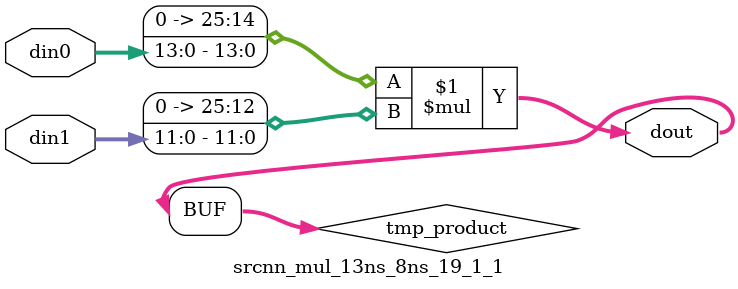
<source format=v>

`timescale 1 ns / 1 ps

  module srcnn_mul_13ns_8ns_19_1_1(din0, din1, dout);
parameter ID = 1;
parameter NUM_STAGE = 0;
parameter din0_WIDTH = 14;
parameter din1_WIDTH = 12;
parameter dout_WIDTH = 26;

input [din0_WIDTH - 1 : 0] din0; 
input [din1_WIDTH - 1 : 0] din1; 
output [dout_WIDTH - 1 : 0] dout;

wire signed [dout_WIDTH - 1 : 0] tmp_product;










assign tmp_product = $signed({1'b0, din0}) * $signed({1'b0, din1});











assign dout = tmp_product;







endmodule

</source>
